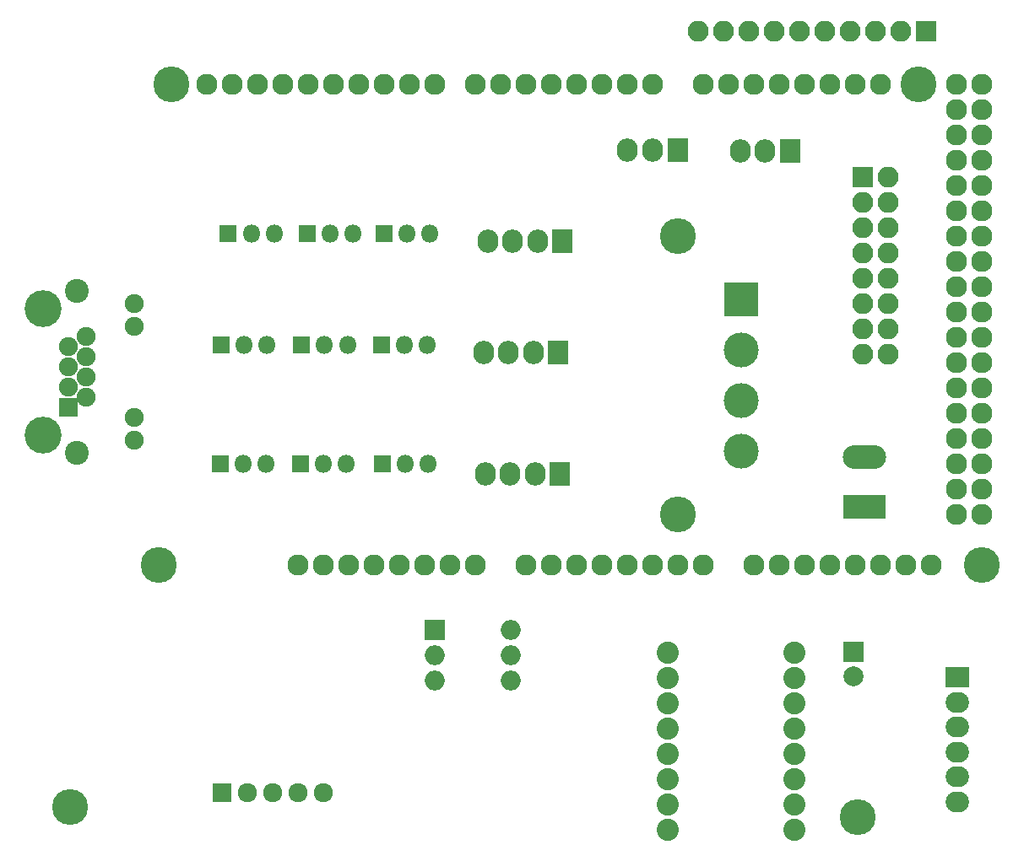
<source format=gbs>
G04 #@! TF.GenerationSoftware,KiCad,Pcbnew,(5.0.0-rc2-dev-352-g017154715)*
G04 #@! TF.CreationDate,2018-06-03T23:58:02-04:00*
G04 #@! TF.ProjectId,DayClock Circuit,446179436C6F636B2043697263756974,rev?*
G04 #@! TF.SameCoordinates,Original*
G04 #@! TF.FileFunction,Soldermask,Bot*
G04 #@! TF.FilePolarity,Negative*
%FSLAX46Y46*%
G04 Gerber Fmt 4.6, Leading zero omitted, Abs format (unit mm)*
G04 Created by KiCad (PCBNEW (5.0.0-rc2-dev-352-g017154715)) date 06/03/18 23:58:02*
%MOMM*%
%LPD*%
G01*
G04 APERTURE LIST*
%ADD10O,2.127200X2.127200*%
%ADD11C,3.600000*%
%ADD12C,2.400000*%
%ADD13C,1.900000*%
%ADD14R,1.900000X1.900000*%
%ADD15C,3.700000*%
%ADD16R,2.100000X2.350000*%
%ADD17O,2.100000X2.350000*%
%ADD18C,2.000000*%
%ADD19R,2.000000X2.000000*%
%ADD20R,3.500000X3.500000*%
%ADD21C,3.500000*%
%ADD22O,2.100000X2.100000*%
%ADD23R,2.100000X2.100000*%
%ADD24O,4.360000X2.380000*%
%ADD25R,4.360000X2.380000*%
%ADD26O,2.350000X2.100000*%
%ADD27R,2.350000X2.100000*%
%ADD28R,1.800000X1.800000*%
%ADD29O,1.800000X1.800000*%
%ADD30O,2.000000X2.000000*%
%ADD31C,2.220000*%
%ADD32C,1.924000*%
%ADD33R,1.924000X1.924000*%
G04 APERTURE END LIST*
D10*
X111504000Y-65680000D03*
X108964000Y-65680000D03*
X111504000Y-63140000D03*
X108964000Y-63140000D03*
X111504000Y-60600000D03*
X108964000Y-60600000D03*
X111504000Y-58060000D03*
X108964000Y-58060000D03*
X111504000Y-55520000D03*
X108964000Y-55520000D03*
X111504000Y-52980000D03*
X108964000Y-52980000D03*
X111504000Y-50440000D03*
X108964000Y-50440000D03*
X111504000Y-47900000D03*
X108964000Y-47900000D03*
X111504000Y-45360000D03*
X108964000Y-45360000D03*
X111504000Y-42820000D03*
X108964000Y-42820000D03*
X111504000Y-40280000D03*
X108964000Y-40280000D03*
X111504000Y-37740000D03*
X108964000Y-37740000D03*
X111504000Y-35200000D03*
X108964000Y-35200000D03*
X111504000Y-32660000D03*
X108964000Y-32660000D03*
X111504000Y-30120000D03*
X108964000Y-30120000D03*
X111504000Y-27580000D03*
X108964000Y-27580000D03*
X111504000Y-25040000D03*
X108964000Y-25040000D03*
X111504000Y-22500000D03*
X108964000Y-22500000D03*
X106424000Y-70760000D03*
X103884000Y-70760000D03*
X101344000Y-70760000D03*
X98804000Y-70760000D03*
X96264000Y-70760000D03*
X93724000Y-70760000D03*
X91184000Y-70760000D03*
X88644000Y-70760000D03*
X83564000Y-70760000D03*
X81024000Y-70760000D03*
X78484000Y-70760000D03*
X75944000Y-70760000D03*
X73404000Y-70760000D03*
X70864000Y-70760000D03*
X68324000Y-70760000D03*
X42924000Y-70760000D03*
X49020000Y-22500000D03*
X46480000Y-22500000D03*
X43940000Y-22500000D03*
X38860000Y-22500000D03*
X36320000Y-22500000D03*
X33780000Y-22500000D03*
D11*
X28954000Y-70760000D03*
X111504000Y-70760000D03*
X30224000Y-22500000D03*
X105154000Y-22500000D03*
X81024000Y-37740000D03*
X81024000Y-65680000D03*
D10*
X51560000Y-22500000D03*
X54100000Y-22500000D03*
X56640000Y-22500000D03*
X41400000Y-22500000D03*
X60704000Y-22500000D03*
X63244000Y-22500000D03*
X65784000Y-22500000D03*
X68324000Y-22500000D03*
X70864000Y-22500000D03*
X73404000Y-22500000D03*
X75944000Y-22500000D03*
X78484000Y-22500000D03*
X83564000Y-22500000D03*
X86104000Y-22500000D03*
X88644000Y-22500000D03*
X91184000Y-22500000D03*
X93724000Y-22500000D03*
X96264000Y-22500000D03*
X98804000Y-22500000D03*
X101344000Y-22500000D03*
X45464000Y-70760000D03*
X48004000Y-70760000D03*
X50544000Y-70760000D03*
X53084000Y-70760000D03*
X55624000Y-70760000D03*
X58164000Y-70760000D03*
X60704000Y-70760000D03*
X65784000Y-70760000D03*
D12*
X20730000Y-43230000D03*
D13*
X26440000Y-58210000D03*
X26440000Y-55930000D03*
X26440000Y-46780000D03*
X26440000Y-44500000D03*
X21620000Y-47800000D03*
X21620000Y-49830000D03*
X21620000Y-51860000D03*
X21620000Y-53890000D03*
X19840000Y-50850000D03*
X19840000Y-52880000D03*
X19840000Y-48810000D03*
D14*
X19840000Y-54910000D03*
D15*
X17300000Y-57700000D03*
X17300000Y-45000000D03*
D12*
X20730000Y-59480000D03*
D16*
X92250000Y-29150000D03*
D17*
X89750000Y-29150000D03*
X87250000Y-29150000D03*
D18*
X98600000Y-81900000D03*
D19*
X98600000Y-79400000D03*
D20*
X87300000Y-44020000D03*
D21*
X87300000Y-49100000D03*
X87300000Y-54180000D03*
X87300000Y-59260000D03*
D22*
X102040000Y-49580000D03*
X99500000Y-49580000D03*
X102040000Y-47040000D03*
X99500000Y-47040000D03*
X102040000Y-44500000D03*
X99500000Y-44500000D03*
X102040000Y-41960000D03*
X99500000Y-41960000D03*
X102040000Y-39420000D03*
X99500000Y-39420000D03*
X102040000Y-36880000D03*
X99500000Y-36880000D03*
X102040000Y-34340000D03*
X99500000Y-34340000D03*
X102040000Y-31800000D03*
D23*
X99500000Y-31800000D03*
D24*
X99700000Y-59900000D03*
D25*
X99700000Y-64900000D03*
D17*
X75950000Y-29050000D03*
X78450000Y-29050000D03*
D16*
X80950000Y-29050000D03*
D26*
X109000000Y-94500000D03*
X109000000Y-92000000D03*
X109000000Y-89500000D03*
X109000000Y-87000000D03*
X109000000Y-84500000D03*
D27*
X109000000Y-82000000D03*
D17*
X61900000Y-38250000D03*
X64400000Y-38250000D03*
X66900000Y-38250000D03*
D16*
X69400000Y-38250000D03*
X69000000Y-49400000D03*
D17*
X66500000Y-49400000D03*
X64000000Y-49400000D03*
X61500000Y-49400000D03*
X61650000Y-61600000D03*
X64150000Y-61600000D03*
X66650000Y-61600000D03*
D16*
X69150000Y-61600000D03*
D28*
X35900000Y-37450000D03*
D29*
X38200000Y-37450000D03*
X40500000Y-37450000D03*
X48400000Y-37450000D03*
X46100000Y-37450000D03*
D28*
X43800000Y-37450000D03*
D29*
X56100000Y-37450000D03*
X53800000Y-37450000D03*
D28*
X51500000Y-37450000D03*
X35200000Y-48600000D03*
D29*
X37500000Y-48600000D03*
X39800000Y-48600000D03*
X47850000Y-48600000D03*
X45550000Y-48600000D03*
D28*
X43250000Y-48600000D03*
X51250000Y-48600000D03*
D29*
X53550000Y-48600000D03*
X55850000Y-48600000D03*
X39700000Y-60550000D03*
X37400000Y-60550000D03*
D28*
X35100000Y-60550000D03*
X43150000Y-60550000D03*
D29*
X45450000Y-60550000D03*
X47750000Y-60550000D03*
X55950000Y-60550000D03*
X53650000Y-60550000D03*
D28*
X51350000Y-60550000D03*
D30*
X64220000Y-77200000D03*
X56600000Y-82280000D03*
X64220000Y-79740000D03*
X56600000Y-79740000D03*
X64220000Y-82280000D03*
D19*
X56600000Y-77200000D03*
D31*
X92680000Y-79490000D03*
X92680000Y-82030000D03*
X92680000Y-84570000D03*
X92680000Y-87110000D03*
X92680000Y-89650000D03*
X92680000Y-92190000D03*
X92680000Y-94730000D03*
X92680000Y-97270000D03*
X79980000Y-97270000D03*
X79980000Y-94730000D03*
X79980000Y-92190000D03*
X79980000Y-89650000D03*
X79980000Y-87110000D03*
X79980000Y-84570000D03*
X79980000Y-82030000D03*
X79980000Y-79490000D03*
D32*
X45464000Y-93620000D03*
X42924000Y-93620000D03*
X40384000Y-93620000D03*
X37844000Y-93620000D03*
D33*
X35304000Y-93620000D03*
D23*
X105860000Y-17100000D03*
D22*
X103320000Y-17100000D03*
X100780000Y-17100000D03*
X98240000Y-17100000D03*
X95700000Y-17100000D03*
X93160000Y-17100000D03*
X90620000Y-17100000D03*
X88080000Y-17100000D03*
X85540000Y-17100000D03*
X83000000Y-17100000D03*
D11*
X20000000Y-95000000D03*
X99000000Y-96000000D03*
M02*

</source>
